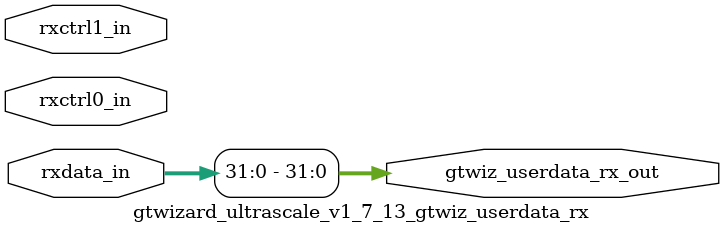
<source format=v>


// ***************************
// * DO NOT MODIFY THIS FILE *
// ***************************

`timescale 1ps/1ps

module gtwizard_ultrascale_v1_7_13_gtwiz_userdata_rx #(

  parameter integer P_RX_USER_DATA_WIDTH       = 32,
  parameter integer P_RX_DATA_DECODING         = 0,
  parameter integer P_TOTAL_NUMBER_OF_CHANNELS = 1

)(

  input  wire [(P_TOTAL_NUMBER_OF_CHANNELS*128)-1:0]                  rxdata_in,
  input  wire [(P_TOTAL_NUMBER_OF_CHANNELS* 16)-1:0]                  rxctrl0_in,
  input  wire [(P_TOTAL_NUMBER_OF_CHANNELS* 16)-1:0]                  rxctrl1_in,
  output wire [(P_TOTAL_NUMBER_OF_CHANNELS*P_RX_USER_DATA_WIDTH)-1:0] gtwiz_userdata_rx_out

);


  // -------------------------------------------------------------------------------------------------------------------
  // Receiver user data width sizing conditional generation, based on parameter values in module instantiation
  // -------------------------------------------------------------------------------------------------------------------
  generate if (1) begin : gen_gtwiz_userdata_rx_main
    genvar ch_idx;

    // If receiver data decoding is either not raw mode, or is raw mode but user data width is not modulus 10, then
    // simply assign the user-facing data vector with the active data bits from the transceiver-facing RXDATA vector.
    if ((P_RX_DATA_DECODING != 0) ||
       ((P_RX_DATA_DECODING == 0) && (P_RX_USER_DATA_WIDTH % 10 != 0))) begin : gen_rxdata

      for (ch_idx = 0; ch_idx < P_TOTAL_NUMBER_OF_CHANNELS; ch_idx = ch_idx + 1) begin : gen_assign
        assign gtwiz_userdata_rx_out[(P_RX_USER_DATA_WIDTH*ch_idx)+P_RX_USER_DATA_WIDTH-1:
                                     (P_RX_USER_DATA_WIDTH*ch_idx)] =
          rxdata_in[(128*ch_idx)+P_RX_USER_DATA_WIDTH-1:(128*ch_idx)];
      end

    end

    // If receiver data decoding is raw mode and user data width is modulus 10, then assign the user-facing data vector
    // with the specified combination of transceiver-facing RXDATA, RXCTRL0, and RXCTRL1 vectors. The interleaving of
    // these vectors is always in a repeating 8-1-1 bit pattern, scaling with the user data width size.
    else begin : gen_rxdata_rxctrl

      case (P_RX_USER_DATA_WIDTH)
        20:
          for (ch_idx = 0; ch_idx < P_TOTAL_NUMBER_OF_CHANNELS; ch_idx = ch_idx + 1) begin : gen_width20
            assign gtwiz_userdata_rx_out [(ch_idx*20)+19:(ch_idx*20)] =
              {rxctrl1_in[(ch_idx* 16)+1],
               rxctrl0_in[(ch_idx* 16)+1],
               rxdata_in [(ch_idx*128)+15:(ch_idx*128)+8],
               rxctrl1_in[(ch_idx* 16)],
               rxctrl0_in[(ch_idx* 16)],
               rxdata_in [(ch_idx*128)+7:ch_idx*128]};
          end

        40:
          for (ch_idx = 0; ch_idx < P_TOTAL_NUMBER_OF_CHANNELS; ch_idx = ch_idx + 1) begin : gen_width40
            assign gtwiz_userdata_rx_out [(ch_idx*40)+39:(ch_idx*40)] =
              {rxctrl1_in[(ch_idx* 16)+3],
               rxctrl0_in[(ch_idx* 16)+3],
               rxdata_in [(ch_idx*128)+31:(ch_idx*128)+24],
               rxctrl1_in[(ch_idx* 16)+2],
               rxctrl0_in[(ch_idx* 16)+2],
               rxdata_in [(ch_idx*128)+23:(ch_idx*128)+16],
               rxctrl1_in[(ch_idx* 16)+1],
               rxctrl0_in[(ch_idx* 16)+1],
               rxdata_in [(ch_idx*128)+15:(ch_idx*128)+8],
               rxctrl1_in[(ch_idx* 16)],
               rxctrl0_in[(ch_idx* 16)],
               rxdata_in [(ch_idx*128)+7:ch_idx*128]};
          end

        80:
          for (ch_idx = 0; ch_idx < P_TOTAL_NUMBER_OF_CHANNELS; ch_idx = ch_idx + 1) begin : gen_width80
            assign gtwiz_userdata_rx_out [(ch_idx*80)+79:(ch_idx*80)] =
              {rxctrl1_in[(ch_idx* 16)+7],
               rxctrl0_in[(ch_idx* 16)+7],
               rxdata_in [(ch_idx*128)+63:(ch_idx*128)+56],
               rxctrl1_in[(ch_idx* 16)+6],
               rxctrl0_in[(ch_idx* 16)+6],
               rxdata_in [(ch_idx*128)+55:(ch_idx*128)+48],
               rxctrl1_in[(ch_idx* 16)+5],
               rxctrl0_in[(ch_idx* 16)+5],
               rxdata_in [(ch_idx*128)+47:(ch_idx*128)+40],
               rxctrl1_in[(ch_idx* 16)+4],
               rxctrl0_in[(ch_idx* 16)+4],
               rxdata_in [(ch_idx*128)+39:(ch_idx*128)+32],
               rxctrl1_in[(ch_idx* 16)+3],
               rxctrl0_in[(ch_idx* 16)+3],
               rxdata_in [(ch_idx*128)+31:(ch_idx*128)+24],
               rxctrl1_in[(ch_idx* 16)+2],
               rxctrl0_in[(ch_idx* 16)+2],
               rxdata_in [(ch_idx*128)+23:(ch_idx*128)+16],
               rxctrl1_in[(ch_idx* 16)+1],
               rxctrl0_in[(ch_idx* 16)+1],
               rxdata_in [(ch_idx*128)+15:(ch_idx*128)+8],
               rxctrl1_in[(ch_idx* 16)],
               rxctrl0_in[(ch_idx* 16)],
               rxdata_in [(ch_idx*128)+7:ch_idx*128]};
          end

        160:
          for (ch_idx = 0; ch_idx < P_TOTAL_NUMBER_OF_CHANNELS; ch_idx = ch_idx + 1) begin : gen_width160
            assign gtwiz_userdata_rx_out [(ch_idx*160)+159:(ch_idx*160)] =
              {rxctrl1_in[(ch_idx* 16)+15],
               rxctrl0_in[(ch_idx* 16)+15],
               rxdata_in [(ch_idx*128)+127:(ch_idx*128)+120],
               rxctrl1_in[(ch_idx* 16)+14],
               rxctrl0_in[(ch_idx* 16)+14],
               rxdata_in [(ch_idx*128)+119:(ch_idx*128)+112],
               rxctrl1_in[(ch_idx* 16)+13],
               rxctrl0_in[(ch_idx* 16)+13],
               rxdata_in [(ch_idx*128)+111:(ch_idx*128)+104],
               rxctrl1_in[(ch_idx* 16)+12],
               rxctrl0_in[(ch_idx* 16)+12],
               rxdata_in [(ch_idx*128)+103:(ch_idx*128)+96],
               rxctrl1_in[(ch_idx* 16)+11],
               rxctrl0_in[(ch_idx* 16)+11],
               rxdata_in [(ch_idx*128)+95:(ch_idx*128)+88],
               rxctrl1_in[(ch_idx* 16)+10],
               rxctrl0_in[(ch_idx* 16)+10],
               rxdata_in [(ch_idx*128)+87:(ch_idx*128)+80],
               rxctrl1_in[(ch_idx* 16)+9],
               rxctrl0_in[(ch_idx* 16)+9],
               rxdata_in [(ch_idx*128)+79:(ch_idx*128)+72],
               rxctrl1_in[(ch_idx* 16)+8],
               rxctrl0_in[(ch_idx* 16)+8],
               rxdata_in [(ch_idx*128)+71:(ch_idx*128)+64],
               rxctrl1_in[(ch_idx* 16)+7],
               rxctrl0_in[(ch_idx* 16)+7],
               rxdata_in [(ch_idx*128)+63:(ch_idx*128)+56],
               rxctrl1_in[(ch_idx* 16)+6],
               rxctrl0_in[(ch_idx* 16)+6],
               rxdata_in [(ch_idx*128)+55:(ch_idx*128)+48],
               rxctrl1_in[(ch_idx* 16)+5],
               rxctrl0_in[(ch_idx* 16)+5],
               rxdata_in [(ch_idx*128)+47:(ch_idx*128)+40],
               rxctrl1_in[(ch_idx* 16)+4],
               rxctrl0_in[(ch_idx* 16)+4],
               rxdata_in [(ch_idx*128)+39:(ch_idx*128)+32],
               rxctrl1_in[(ch_idx* 16)+3],
               rxctrl0_in[(ch_idx* 16)+3],
               rxdata_in [(ch_idx*128)+31:(ch_idx*128)+24],
               rxctrl1_in[(ch_idx* 16)+2],
               rxctrl0_in[(ch_idx* 16)+2],
               rxdata_in [(ch_idx*128)+23:(ch_idx*128)+16],
               rxctrl1_in[(ch_idx* 16)+1],
               rxctrl0_in[(ch_idx* 16)+1],
               rxdata_in [(ch_idx*128)+15:(ch_idx*128)+8],
               rxctrl1_in[(ch_idx* 16)],
               rxctrl0_in[(ch_idx* 16)],
               rxdata_in [(ch_idx*128)+7:ch_idx*128]};
          end

        default:
          begin : gen_default
            // The default case is a configuration error scenario should never be exercised
            assign gtwiz_userdata_rx_out = {P_TOTAL_NUMBER_OF_CHANNELS*P_RX_USER_DATA_WIDTH{1'b1}};
          end
      endcase

    end

  end
  endgenerate


endmodule

</source>
